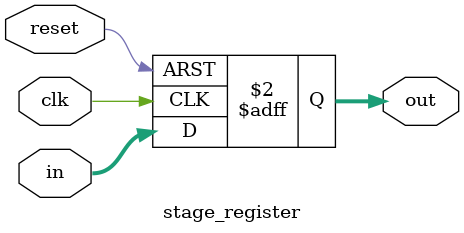
<source format=v>
module stage_register (
    input wire clk,
    input wire reset,
    input wire [31:0] in,
    output reg [31:0] out
);
    always @(posedge clk or posedge reset) begin
        if (reset)
            out <= 0;
        else
            out <= in;
    end
endmodule
</source>
